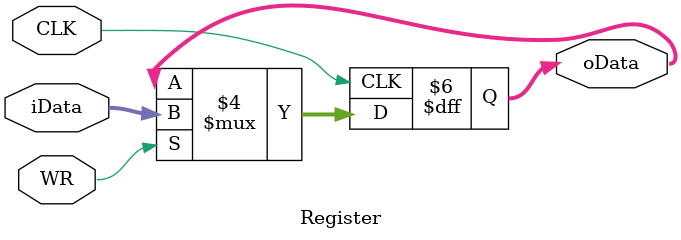
<source format=v>
`timescale 1ns / 1ps
module Register(
	 input CLK,
	 input WR,
    input [7:0] iData,
    output reg [7:0] oData
    );
	 
	 always @(posedge CLK)
		begin
			$display("%d", oData);
			if(WR == 1)
				oData <= iData;
			else
				oData <= oData;
		end
	 
endmodule

</source>
